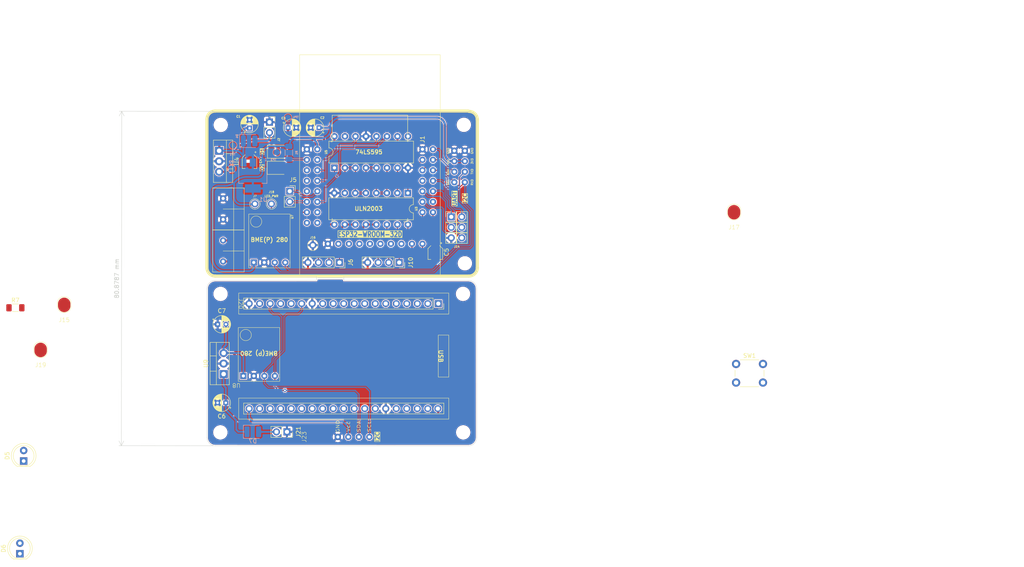
<source format=kicad_pcb>
(kicad_pcb (version 20240108) (generator "pcbnew") (generator_version "8.0")
  (layers (0 "F.Cu" signal) (31 "B.Cu" signal) (34 "B.Paste" user) (35 "F.Paste" user) (36 "B.SilkS" user "B.Silkscreen") (37 "F.SilkS" user "F.Silkscreen") (38 "B.Mask" user) (39 "F.Mask" user) (44 "Edge.Cuts" user))
  (net 0 "")
  (net 1 "GND")
  (net 2 "+3V3")
  (net 3 "+5V")
  (net 4 "/RXD")
  (net 5 "/TXD")
  (net 6 "/SDA")
  (net 7 "/OUT2")
  (net 8 "/SCL")
  (net 9 "/OUT1")
  (net 10 "/EN")
  (net 11 "/SOURCE2")
  (net 12 "/SOURCE1")
  (net 13 "/SOURCE3")
  (net 14 "/VDC")
  (net 15 "/DAC1")
  (net 16 "/DAC2")
  (net 17 "/GPIO13")
  (net 18 "/GPIO19")
  (net 19 "/GPIO17")
  (net 20 "/GPIO5")
  (net 21 "/GPIO18")
  (net 22 "/GPIO36")
  (net 23 "/ADC2_CH3")
  (net 24 "/SD_DATA1")
  (net 25 "/SD_DATA2")
  (net 26 "/SD_CLK")
  (net 27 "/SD_CMD")
  (net 28 "/SD_DATA3")
  (net 29 "/ADC2_CH0")
  (net 30 "/GPIO23")
  (net 31 "/SD_DATA0")
  (net 32 "/ADC2_CH2")
  (net 33 "/BOOT")
  (net 34 "/GPIO39")
  (net 35 "/SOURCE4")
  (net 36 "/SOURCE5")
  (net 37 "/SIPO_DATA")
  (net 38 "/SIPO_CLK")
  (net 40 "/SIPO_LATCH")
  (net 41 "/GPIO14")
  (net 43 "/I3")
  (net 44 "/I6")
  (net 45 "/I7")
  (net 46 "/I5")
  (net 47 "/OUT3")
  (net 48 "/VIN")
  (net 49 "/I1")
  (net 52 "Net-(D5-Pad1)")
  (net 53 "Net-(J15-Pin_1)")
  (net 54 "Net-(J19-Pin_1)")
  (net 55 "/GPIO_33")
  (net 67 "/RX")
  (net 72 "/TX")
  (net 87 "/SCL-2")
  (net 88 "/SDA-2")
  (footprint "Capacitor_THT:CP_Radial_D4.0mm_P2.00mm" (layer "F.Cu") (at 107 44.2 180)
    (property "Reference" "C2")
    (property "Value" "1uF")
  )
  (footprint "LED_SMD:LED_1210_3225Metric_Pad1.42x2.65mm_HandSolder" (layer "F.Cu") (at 96.9525 53.9)
    (property "Reference" "D2")
    (property "Value" "STATUS")
  )
  (footprint "Capacitor_SMD:CP_Elec_3x5.3" (layer "F.Cu") (at 90.2 52.3 -90)
    (property "Reference" "C4")
    (property "Value" "0.1uF")
  )
  (footprint "Resistor_SMD:R_1206_3216Metric_Pad1.30x1.75mm_HandSolder" (layer "F.Cu") (at 33.612 87.7585)
    (property "Reference" "R7")
    (property "Value" "4K7")
  )
  (footprint "LED_THT:LED_D5.0mm" (layer "F.Cu") (at 34.7 147.25 90)
    (property "Reference" "D6")
    (property "Value" "LED_STATUS")
  )
  (footprint "Button_Switch_THT:SW_PUSH_6mm" (layer "F.Cu") (at 207.8 101.35)
    (property "Reference" "SW1")
    (property "Value" "SW_Push")
  )
  (footprint "Alexander Footprint Library:Pad_1x01_P2.54_SMD" (layer "F.Cu") (at 39.712 102.098)
    (property "Reference" "J19")
    (property "Value" "LED_PWR")
  )
  (footprint "Alexander Footprints Library:ESP32-WROOM-Adapter-Socket-2" (layer "F.Cu") (at 119.3 57.04)
    (property "Reference" "J1")
    (property "Value" "~")
  )
  (footprint "Alexander Footprint Library:Pad_1x01_P2.54_SMD" (layer "F.Cu") (at 45.412 91.198)
    (property "Reference" "J15")
    (property "Value" "LED_PWR")
  )
  (footprint "MountingHole:MountingHole_3mm" (layer "F.Cu") (at 142 43.5)
    (property "Reference" "H1" (hide yes))
    (property "Value" "MountingHole_Pad")
  )
  (footprint "Connector_PinSocket_2.54mm:PinSocket_1x02_P2.54mm_Vertical" (layer "F.Cu") (at 99.25 117.775 -90)
    (property "Reference" "J21")
    (property "Value" "PWR")
  )
  (footprint "MountingHole:MountingHole_3mm" (layer "F.Cu") (at 83.25 43.53)
    (property "Reference" "H2" (hide yes))
    (property "Value" "MountingHole_Pad")
  )
  (footprint "Package_DIP:DIP-16_W7.62mm" (layer "F.Cu") (at 128.475 60 -90)
    (property "Reference" "U3")
    (property "Value" "ULN2003")
  )
  (footprint "Alexander Footprints Library:Conn_Terminal_5mm" (layer "F.Cu") (at 83.82 53.69)
    (property "Reference" "J9" (hide yes))
    (property "Value" "Conn_01x02_Socket")
  )
  (footprint "Alexander Footprint Library:Pad_1x01_P2.54_SMD" (layer "F.Cu") (at 207.3 68.7895)
    (property "Reference" "J17")
    (property "Value" "GND")
  )
  (footprint "MountingHole:MountingHole_3mm" (layer "F.Cu") (at 141.85 117.9)
    (property "Reference" "H4" (hide yes))
    (property "Value" "MountingHole_Pad")
  )
  (footprint "Capacitor_THT:CP_Radial_D4.0mm_P2.00mm" (layer "F.Cu") (at 82.5 91.75)
    (property "Reference" "C7")
    (property "Value" "1uF")
  )
  (footprint "Package_DIP:DIP-16_W7.62mm" (layer "F.Cu") (at 110.725 53.9 90)
    (property "Reference" "U5")
    (property "Value" "74LS595")
  )
  (footprint "Alexander Footprint Library:PinSocket_1x01_P2.54" (layer "F.Cu") (at 91.5 65.19)
    (property "Reference" "J7")
    (property "Value" "LED_PWR")
  )
  (footprint "Connector_PinSocket_2.54mm:PinSocket_1x02_P2.54mm_Vertical" (layer "F.Cu") (at 95.025 42.85)
    (property "Reference" "J2")
    (property "Value" "PWR")
  )
  (footprint "Connector_PinSocket_2.54mm:PinSocket_1x04_P2.54mm_Vertical" (layer "F.Cu") (at 111.94 76.8 -90)
    (property "Reference" "J6")
    (property "Value" "SOURCE")
  )
  (footprint "MountingHole:MountingHole_3mm" (layer "F.Cu") (at 83.15 117.9)
    (property "Reference" "H4" (hide yes))
    (property "Value" "MountingHole_Pad")
  )
  (footprint "Connector_PinSocket_2.54mm:PinSocket_1x04_P2.54mm_Vertical" (layer "F.Cu") (at 126.38 76.8 -90)
    (property "Reference" "J10")
    (property "Value" "ADC")
  )
  (footprint "Capacitor_SMD:CP_Elec_3x5.3" (layer "F.Cu") (at 135.1 74.3 -90)
    (property "Reference" "C5")
    (property "Value" "0.1uF")
  )
  (footprint "MountingHole:MountingHole_3mm" (layer "F.Cu") (at 141.8 84.4)
    (property "Reference" "H4" (hide yes))
    (property "Value" "MountingHole_Pad")
  )
  (footprint "Capacitor_THT:CP_Radial_D4.0mm_P2.00mm" (layer "F.Cu") (at 99.5 44.2)
    (property "Reference" "C3")
    (property "Value" "1uF")
  )
  (footprint "Alexander Footprint Library:LD1117" (layer "F.Cu") (at 83.945 103.79 90)
    (property "Reference" "U9")
    (property "Value" "L7805")
  )
  (footprint "Alexander Footprint Library:PinSocket_1x01_P2.54" (layer "F.Cu") (at 95.5 65.19)
    (property "Reference" "J18")
    (property "Value" "LED_PWR")
  )
  (footprint "Alexander Footprint Library:Conn_I2C" (layer "F.Cu") (at 103.92 119 90)
    (property "Reference" "J23")
    (property "Value" "I2C")
  )
  (footprint "Capacitor_THT:CP_Radial_D4.0mm_P2.00mm" (layer "F.Cu") (at 84.4726 110.75 180)
    (property "Reference" "C6")
    (property "Value" "1uF")
  )
  (footprint "Alexander Footprint Library:Conn_ESP32_WROOM-DevKit-38pins" (layer "F.Cu") (at 87.57 86.75 -90)
    (property "Reference" "J20")
    (property "Value" "~")
  )
  (footprint "MountingHole:MountingHole_3mm" (layer "F.Cu") (at 83.2 84.4)
    (property "Reference" "H4" (hide yes))
    (property "Value" "MountingHole_Pad")
  )
  (footprint "Connector_PinSocket_2.54mm:PinSocket_1x02_P2.54mm_Vertical" (layer "F.Cu") (at 99.925 59.55)
    (property "Reference" "J5")
    (property "Value" "DAC")
  )
  (footprint "Alexander Footprint Library:CONN_2x3" (layer "F.Cu") (at 138.96 60.68)
    (property "Reference" "J14")
    (property "Value" "GPIO")
  )
  (footprint "Alexander Footprints Library:Conn_UART" (layer "F.Cu") (at 139.7 42.15)
    (property "Reference" "J3" (hide yes))
    (property "Value" "UART")
  )
  (footprint "Alexander Footprint Library:PinSocket_1x01_P2.54" (layer "F.Cu") (at 105.5 75.19)
    (property "Reference" "J16")
    (property "Value" "GND")
  )
  (footprint "Capacitor_THT:CP_Radial_D4.0mm_P2.00mm" (layer "F.Cu") (at 90.2 44.3 90)
    (property "Reference" "C1")
    (property "Value" "1uF")
  )
  (footprint "Alexander Footprint Library:BME280_BMP280_I2C" (layer "F.Cu") (at 90 78.1 90)
    (property "Reference" "U7")
    (property "Value" "BME(P)280")
  )
  (footprint "Alexander Footprint Library:LD1117" (layer "F.Cu") (at 82.855 49.77 -90)
    (property "Reference" "U4")
    (property "Value" "L7805")
  )
  (footprint "Alexander Footprints Library:Conn_I2C" (layer "F.Cu") (at 142.24 42.15)
    (property "Reference" "J4" (hide yes))
    (property "Value" "I2C")
  )
  (footprint "LED_THT:LED_D5.0mm" (layer "F.Cu") (at 35.612 124.8335 90)
    (property "Reference" "D5")
    (property "Value" "LED_PWR")
  )
  (footprint "Alexander Footprint Library:BME280_BMP280_I2C" (layer "F.Cu") (at 87.49 105.55 90)
    (property "Reference" "U8")
    (property "Value" "BME(P)280")
  )
  (footprint "LED_SMD:LED_1210_3225Metric_Pad1.42x2.65mm_HandSolder" (layer "F.Cu") (at 97 50)
    (property "Reference" "D1")
    (property "Value" "PWR")
  )
  (footprint "MountingHole:MountingHole_3mm" (layer "F.Cu") (at 142.25 77)
    (property "Reference" "H4" (hide yes))
    (property "Value" "MountingHole_Pad")
  )
  (footprint "Alexander Footprints Library:Conn_Terminal_5mm" (layer "F.Cu") (at 83.82 63.85)
    (property "Reference" "J8" (hide yes))
    (property "Value" "Conn_01x02_Socket")
  )
  (footprint "TestPoint:TestPoint_Pad_D1.5mm" (layer "B.Cu") (at 99.5 41.75 180)
    (property "Reference" "TP4")
    (property "Value" "5V")
  )
  (footprint "TestPoint:TestPoint_Pad_D1.5mm" (layer "B.Cu") (at 96.8 50.15 180)
    (property "Reference" "TP3")
    (property "Value" "3V3")
  )
  (footprint "Diode_SMD:D_1210_3225Metric" (layer "B.Cu") (at 91 117.75)
    (property "Reference" "D7")
    (property "Value" "D")
  )
  (footprint "Resistor_SMD:R_1206_3216Metric_Pad1.30x1.75mm_HandSolder" (layer "B.Cu") (at 99.7 50.25 -90)
    (property "Reference" "R1")
    (property "Value" "10K")
  )
  (footprint "Diode_SMD:D_1210_3225Metric" (layer "B.Cu") (at 90.1 47.4)
    (property "Reference" "D4")
    (property "Value" "D")
  )
  (footprint "TestPoint:TestPoint_Pad_D1.5mm" (layer "B.Cu") (at 86.2 48.45 180)
    (property "Reference" "TP1")
    (property "Value" "VIN")
  )
  (footprint "TestPoint:TestPoint_Pad_D1.5mm" (layer "B.Cu") (at 85.9 54.15 180)
    (property "Reference" "TP2")
    (property "Value" "GND")
  )
  (footprint "Package_TO_SOT_SMD:SOT-223-3_TabPin2" (layer "B.Cu") (at 91 55.75 -90)
    (property "Reference" "U1")
    (property "Value" "MAX1726EUK33")
  )
  (gr_line (start 145.25 42.11421) (end 145.25 78.085782) (stroke (width 0.75)) (layer "F.SilkS"))
  (gr_line (start 81.914218 40.164218) (end 143.08579 40.164218) (stroke (width 0.75)) (layer "F.SilkS"))
  (gr_arc (start 145.25 78.085782) (mid 144.66422 79.500007) (end 143.25 80.085782) (stroke (width 0.75)) (layer "F.SilkS"))
  (gr_line (start 79.914218 42.11421) (end 79.914218 78.085782) (stroke (width 0.75)) (layer "F.SilkS"))
  (gr_arc (start 81.914218 80.085782) (mid 80.499999 79.500001) (end 79.914218 78.085782) (stroke (width 0.75)) (layer "F.SilkS"))
  (gr_arc (start 143.25 40.25) (mid 144.664214 40.835786) (end 145.25 42.25) (stroke (width 0.75)) (layer "F.SilkS"))
  (gr_arc (start 79.914218 42.164218) (mid 80.499999 40.749999) (end 81.914218 40.164218) (stroke (width 0.75)) (layer "F.SilkS"))
  (gr_line (start 81.914214 80.085782) (end 143.085786 80.085782) (stroke (width 0.75)) (layer "F.SilkS"))
  (gr_line (start 82.014214 80.235786) (end 106.4 80.25) (stroke (width 0.1)) (layer "Edge.Cuts"))
  (gr_line (start 80 42.25) (end 80.014214 78.235786) (stroke (width 0.1)) (layer "Edge.Cuts"))
  (gr_arc (start 79.921321 83.157107) (mid 80.507106 81.742896) (end 81.921321 81.157107) (stroke (width 0.1)) (layer "Edge.Cuts"))
  (gr_line (start 81.921321 121.128679) (end 143.107107 121.142893) (stroke (width 0.1)) (layer "Edge.Cuts"))
  (gr_arc (start 81.921321 121.128679) (mid 80.507101 120.542899) (end 79.921321 119.128679) (stroke (width 0.1)) (layer "Edge.Cuts"))
  (gr_line (start 143.092893 81.157107) (end 113 81.15) (stroke (width 0.1)) (layer "Edge.Cuts"))
  (gr_arc (start 145.107107 119.142893) (mid 144.521321 120.557107) (end 143.107107 121.142893) (stroke (width 0.1)) (layer "Edge.Cuts"))
  (gr_line (start 106.4 81.15) (end 81.921321 81.157107) (stroke (width 0.1)) (layer "Edge.Cuts"))
  (gr_arc (start 143.185786 40.264214) (mid 144.600004 40.849996) (end 145.185786 42.264214) (stroke (width 0.1)) (layer "Edge.Cuts"))
  (gr_line (start 113 80.25) (end 143.185786 80.235786) (stroke (width 0.1)) (layer "Edge.Cuts"))
  (gr_arc (start 82.014214 80.235786) (mid 80.599996 79.650004) (end 80.014214 78.235786) (stroke (width 0.1)) (layer "Edge.Cuts"))
  (gr_line (start 145.185786 42.264214) (end 145.185786 78.235786) (stroke (width 0.1)) (layer "Edge.Cuts"))
  (gr_arc (start 80 42.25) (mid 80.585786 40.835786) (end 82 40.25) (stroke (width 0.1)) (layer "Edge.Cuts"))
  (gr_line (start 145.107107 119.142893) (end 145.092893 83.157107) (stroke (width 0.1)) (layer "Edge.Cuts"))
  (gr_line (start 79.921321 119.128679) (end 79.921321 83.157107) (stroke (width 0.1)) (layer "Edge.Cuts"))
  (gr_line (start 106.4 81.15) (end 106.4 80.25) (stroke (width 0.1)) (layer "Edge.Cuts"))
  (gr_arc (start 145.185786 78.235786) (mid 144.600004 79.650004) (end 143.185786 80.235786) (stroke (width 0.1)) (layer "Edge.Cuts"))
  (gr_arc (start 143.092893 81.157107) (mid 144.507112 81.742888) (end 145.092893 83.157107) (stroke (width 0.1)) (layer "Edge.Cuts"))
  (gr_line (start 113 81.15) (end 113 80.25) (stroke (width 0.1)) (layer "Edge.Cuts"))
  (gr_line (start 143.185786 40.264214) (end 82 40.25) (stroke (width 0.1)) (layer "Edge.Cuts"))
  (gr_text "74LS595" (at 119.057143 50.1 0) (layer "F.SilkS") (effects (font (size 1 1) (thickness 0.2) (bold yes))))
  (gr_text "ULN2003" (at 115.5 64.374 0) (layer "F.SilkS") (effects (font (size 1 1) (thickness 0.2) (bold yes)) (justify left bottom)))
  (dimension (type aligned) (layer "Edge.Cuts") (pts (xy 81.921321 121.128679) (xy 82 40.25)) (height -22.6907) (gr_text "80.8787 mm" (at 58.119973 80.666146 89.94426182) (layer "Edge.Cuts") (effects (font (size 1 1) (thickness 0.15)))) (format (prefix "") (suffix "") (units 3) (units_format 1) (precision 4)) (style (thickness 0.1) (arrow_length 1.27) (text_position_mode 0) (extension_height 0.58642) (extension_offset 0.5) keep_text_aligned))
  (segment (start 84.21 66) (end 83.82 66.39) (width 0.5) (layer "F.Cu") (net 1))
  (segment (start 101.5 48.103553) (end 101.5 49.573223) (width 0.25) (layer "F.Cu") (net 2))
  (segment (start 105.575735 47.25) (end 102.353553 47.25) (width 0.25) (layer "F.Cu") (net 2))
  (segment (start 106.6 48.274264) (end 106.6 49.42) (width 0.25) (layer "F.Cu") (net 2))
  (segment (start 138.021593 51.871593) (end 137.93 51.78) (width 0.5) (layer "F.Cu") (net 2))
  (segment (start 108.946446 44.2) (end 107 44.2) (width 0.5) (layer "F.Cu") (net 2))
  (segment (start 109.8 43.346446) (end 109.8 43.15) (width 0.5) (layer "F.Cu") (net 2))
  (segment (start 137.4 50.500466) (end 137.4 43.627817) (width 0.5) (layer "F.Cu") (net 2))
  (segment (start 101.073223 50) (end 98.4875 50) (width 0.25) (layer "F.Cu") (net 2))
  (segment (start 139.08 52.31) (end 139.7 52.31) (width 0.5) (layer "F.Cu") (net 2))
  (segment (start 110.188908 42.211091) (end 110.225 42.175) (width 0.5) (layer "F.Cu") (net 2))
  (segment (start 135.522182 41.75) (end 111.25104 41.75) (width 0.5) (layer "F.Cu") (net 2))
  (arc (start 106.3 47.55) (mid 105.967704 47.327967) (end 105.575735 47.25) (width 0.25) (layer "F.Cu") (net 2))
  (arc (start 101.5 49.573223) (mid 101.467513 49.736543) (end 101.375 49.875) (width 0.25) (layer "F.Cu") (net 2))
  (arc (start 111.25104 41.75) (mid 110.695751 41.860453) (end 110.225 42.175) (width 0.5) (layer "F.Cu") (net 2))
  (arc (start 110.188908 42.211091) (mid 109.901073 42.641866) (end 109.8 43.15) (width 0.5) (layer "F.Cu") (net 2))
  (arc (start 138.021593 51.871593) (mid 138.507194 52.196061) (end 139.08 52.31) (width 0.5) (layer "F.Cu") (net 2))
  (arc (start 102.353553 47.25) (mid 102.026912 47.314972) (end 101.75 47.5) (width 0.25) (layer "F.Cu") (net 2))
  (arc (start 109.8 43.346446) (mid 109.735027 43.673087) (end 109.55 43.95) (width 0.5) (layer "F.Cu") (net 2))
  (arc (start 106.3 47.55) (mid 106.522032 47.882295) (end 106.6 48.274264) (width 0.25) (layer "F.Cu") (net 2))
  (arc (start 109.55 43.95) (mid 109.273087 44.135027) (end 108.946446 44.2) (width 0.5) (layer "F.Cu") (net 2))
  (arc (start 136.85 42.3) (mid 137.257059 42.909207) (end 137.4 43.627817) (width 0.5) (layer "F.Cu") (net 2))
  (arc (start 101.75 47.5) (mid 101.564972 47.776912) (end 101.5 48.103553) (width 0.25) (layer "F.Cu") (net 2))
  (arc (start 101.375 49.875) (mid 101.236543 49.967513) (end 101.073223 50) (width 0.25) (layer "F.Cu") (net 2))
  (arc (start 137.4 50.500466) (mid 137.537742 51.192944) (end 137.93 51.78) (width 0.5) (layer "F.Cu") (net 2))
  (arc (start 136.85 42.3) (mid 136.240792 41.89294) (end 135.522182 41.75) (width 0.5) (layer "F.Cu") (net 2))
  (segment (start 96.075 48.7) (end 97.525 48.7) (width 0.5) (layer "B.Cu") (net 2))
  (segment (start 109.408578 44.2) (end 107 44.2) (width 0.5) (layer "B.Cu") (net 2))
  (segment (start 81.3 75.997918) (end 81.3 59.75104) (width 0.5) (layer "B.Cu") (net 2))
  (segment (start 93.3 54.905025) (end 93.3 52.6) (width 0.5) (layer "B.Cu") (net 2))
  (segment (start 100 48.7) (end 100 48.03033) (width 0.5) (layer "B.Cu") (net 2))
  (segment (start 139.13 52.31) (end 139.7 52.31) (width 0.5) (layer "B.Cu") (net 2))
  (segment (start 138.156949 51.906949) (end 138.03 51.78) (width 0.5) (layer "B.Cu") (net 2))
  (segment (start 106.6 48.627817) (end 106.6 49.299791) (width 0.5) (layer "B.Cu") (net 2))
  (segment (start 84.202081 78.9) (end 89.990883 78.9) (width 0.5) (layer "B.Cu") (net 2))
  (segment (start 109.75 43.858578) (end 109.75 44.141421) (width 0.5) (layer "B.Cu") (net 2))
  (segment (start 104.722182 46.75) (end 106.277817 46.75) (width 0.5) (layer "B.Cu") (net 2))
  (segment (start 139.7 52.31) (end 142.24 52.31) (width 0.5) (layer "B.Cu") (net 2))
  (segment (start 137.5 50.500466) (end 137.5 43.883883) (width 0.5) (layer "B.Cu") (net 2))
  (segment (start 88.207106 62.75) (end 91.5 62.75) (width 0.5) (layer "B.Cu") (net 2))
  (segment (start 86.5 61.042893) (end 86.5 57.5) (width 0.5) (layer "B.Cu") (net 2))
  (segment (start 90.11 114.36) (end 90.11 112.15) (width 0.5) (layer "B.Cu") (net 2))
  (segment (start 112.75 115.25) (end 91 115.25) (width 0.5) (layer "B.Cu") (net 2))
  (segment (start 91.22 77.670883) (end 91.22 76.8) (width 0.5) (layer "B.Cu") (net 2))
  (segment (start 89.455634 56.1) (end 92.105025 56.1) (width 0.5) (layer "B.Cu") (net 2))
  (segment (start 114.08 119) (end 114.08 116.58) (width 0.5) (layer "B.Cu") (net 2))
  (segment (start 96.075 48.7) (end 95.177817 48.7) (width 0.5) (layer "B.Cu") (net 2))
  (segment (start 104.722182 46.75) (end 101.28033 46.75) (width 0.5) (layer "B.Cu") (net 2))
  (segment (start 109.149999 46.149999) (end 109.201992 46.098007) (width 0.5) (layer "B.Cu") (net 2))
  (segment (start 96.8 49.425) (end 96.8 50.15) (width 0.25) (layer "B.Cu") (net 2))
  (segment (start 109.75 43.625) (end 109.75 43.858578) (width 0.5) (layer "B.Cu") (net 2))
  (segment (start 106.277817 46.75) (end 107.701471 46.75) (width 0.5) (layer "B.Cu") (net 2))
  (segment (start 114.08 116.58) (end 112.75 115.25) (width 0.5) (layer "B.Cu") (net 2))
  (segment (start 110.015165 42.984834) (end 110.5 42.5) (width 0.5) (layer "B.Cu") (net 2))
  (segment (start 93.3 52.6) (end 93.3 50.577817) (width 0.5) (layer "B.Cu") (net 2))
  (segment (start 82.75104 58.3) (end 84.144365 58.3) (width 0.5) (layer "B.Cu") (net 2))
  (segment (start 106.685 49.335) (end 106.77 49.25) (width 0.5) (layer "B.Cu") (net 2))
  (segment (start 109.75 44.775) (end 109.75 44.141421) (width 0.5) (layer "B.Cu") (net 2))
  (segment (start 91 115.25) (end 90.11 114.36) (width 0.5) (layer "B.Cu") (net 2))
  (segment (start 112.31066 41.75) (end 135.366116 41.75) (width 0.5) (layer "B.Cu") (net 2))
  (segment (start 100 48.7) (end 97.525 48.7) (width 0.5) (layer "B.Cu") (net 2))
  (arc (start 136.875 42.375) (mid 137.337567 43.067281) (end 137.5 43.883883) (width 0.5) (layer "B.Cu") (net 2))
  (arc (start 137.5 50.500466) (mid 137.637742 51.192944) (end 138.03 51.78) (width 0.5) (layer "B.Cu") (net 2))
  (arc (start 93.3 54.905025) (mid 93.209037 55.362322) (end 92.95 55.75) (width 0.5) (layer "B.Cu") (net 2))
  (arc (start 86.8 57.2) (mid 85.581584 58.014119) (end 84.144365 58.3) (width 0.5) (layer "B.Cu") (net 2))
  (arc (start 106.6 49.299791) (mid 106.630737 49.345793) (end 106.685 49.335) (width 0.5) (layer "B.Cu") (net 2))
  (arc (start 89.455634 56.1) (mid 88.018415 56.38588) (end 86.8 57.2) (width 0.5) (layer "B.Cu") (net 2))
  (arc (start 86.5 61.042893) (mid 86.629945 61.696174) (end 87 62.25) (width 0.5) (layer "B.Cu") (net 2))
  (arc (start 82.75104 58.3) (mid 82.195751 58.410453) (end 81.725 58.725) (width 0.5) (layer "B.Cu") (net 2))
  (arc (start 92.95 55.75) (mid 92.562322 56.009037) (end 92.105025 56.1) (width 0.5) (layer "B.Cu") (net 2))
  (arc (start 95.177817 48.7) (mid 94.459207 48.84294) (end 93.85 49.25) (width 0.5) (layer "B.Cu") (net 2))
  (arc (start 96.8 49.425) (mid 96.587652 48.912347) (end 96.075 48.7) (width 0.25) (layer "B.Cu") (net 2))
  (arc (start 82.15 78.05) (mid 83.091502 78.679092) (end 84.202081 78.9) (width 0.5) (layer "B.Cu") (net 2))
  (arc (start 110.015165 42.984834) (mid 109.818914 43.278544) (end 109.75 43.625) (width 0.5) (layer "B.Cu") (net 2))
  (arc (start 109.75 44.141421) (mid 109.713838 44.087301) (end 109.65 44.1) (width 0.5) (layer "B.Cu") (net 2))
  (arc (start 136.875 42.375) (mid 136.182718 41.912432) (end 135.366116 41.75) (width 0.5) (layer "B.Cu") (net 2))
  (arc (start 93.85 49.25) (mid 93.44294 49.859207) (end 93.3 50.577817) (width 0.5) (layer "B.Cu") (net 2))
  (arc (start 90.86 78.54) (mid 90.461245 78.806439) (end 89.990883 78.9) (width 0.5) (layer "B.Cu") (net 2))
  (arc (start 109.65 44.1) (mid 109.539234 44.17401) (end 109.408578 44.2) (width 0.5) (layer "B.Cu") (net 2))
  (arc (start 87 62.25) (mid 87.553825 62.620054) (end 88.207106 62.75) (width 0.5) (layer "B.Cu") (net 2))
  (arc (start 81.725 58.725) (mid 81.410453 59.195751) (end 81.3 59.75104) (width 0.5) (layer "B.Cu") (net 2))
  (arc (start 106.05 47.3) (mid 105.440792 46.89294) (end 104.722182 46.75) (width 0.5) (layer "B.Cu") (net 2))
  (arc (start 138.156949 51.906949) (mid 138.603388 52.20525) (end 139.13 52.31) (width 0.5) (layer "B.Cu") (net 2))
  (arc (start 101.28033 46.75) (mid 100.790368 46.847459) (end 100.375 47.125) (width 0.5) (layer "B.Cu") (net 2))
  (arc (start 106.05 47.3) (mid 106.457059 47.909207) (end 106.6 48.627817) (width 0.5) (layer "B.Cu") (net 2))
  (arc (start 106.277817 46.75) (mid 105.980159 46.948888) (end 106.05 47.3) (width 0.5) (layer "B.Cu") (net 2))
  (arc (start 91.22 77.670883) (mid 91.126439 78.141245) (end 90.86 78.54) (width 0.5) (layer "B.Cu") (net 2))
  (arc (start 109.75 44.775) (mid 109.607577 45.491006) (end 109.201992 46.098007) (width 0.5) (layer "B.Cu") (net 2))
  (arc (start 109.65 44.1) (mid 109.72401 43.989234) (end 109.75 43.858578) (width 0.5) (layer "B.Cu") (net 2))
  (arc (start 112.31066 41.75) (mid 111.330737 41.944918) (end 110.5 42.5) (width 0.5) (layer "B.Cu") (net 2))
  (arc (start 100.375 47.125) (mid 100.097459 47.540368) (end 100 48.03033) (width 0.5) (layer "B.Cu") (net 2))
  (arc (start 109.149999 46.149999) (mid 108.485409 46.594064) (end 107.701471 46.75) (width 0.5) (layer "B.Cu") (net 2))
  (arc (start 81.3 75.997918) (mid 81.520907 77.108496) (end 82.15 78.05) (width 0.5) (layer "B.Cu") (net 2))
  (segment (start 99.5 45.693413) (end 99.5 44.2) (width 0.5) (layer "F.Cu") (net 3))
  (segment (start 110.512652 48.95) (end 109.487347 48.95) (width 0.5) (layer "F.Cu") (net 3))
  (segment (start 87.75 115.25) (end 135.25 115.25) (width 0.5) (layer "F.Cu") (net 3))
  (segment (start 98.6375 46.9625) (end 99.2125 46.3875) (width 0.5) (layer "F.Cu") (net 3))
  (segment (start 83.945 98.71) (end 86.21 98.71) (width 0.5) (layer "F.Cu") (net 3))
  (segment (start 110.725 47.712347) (end 110.725 46.28) (width 0.5) (layer "F.Cu") (net 3))
  (segment (start 125.341906 48.95) (end 110.512652 48.95) (width 0.5) (layer "F.Cu") (net 3))
  (segment (start 108.3 49.803553) (end 108.3 65.537329) (width 0.5) (layer "F.Cu") (net 3))
  (segment (start 84.648959 54.85) (end 82.855 54.85) (width 0.5) (layer "F.Cu") (net 3))
  (segment (start 108.3 49.803553) (end 108.3 49.096446) (width 0.5) (layer "F.Cu") (net 3))
  (segment (start 91.306675 47.25) (end 97.943413 47.25) (width 0.5) (layer "F.Cu") (net 3))
  (segment (start 135.81 114.69) (end 135.81 112.15) (width 0.5) (layer "F.Cu") (net 3))
  (segment (start 86.1 52.15) (end 86.1 53.398959) (width 0.5) (layer "F.Cu") (net 3))
  (segment (start 86.75 114.25) (end 87.75 115.25) (width 0.5) (layer "F.Cu") (net 3))
  (segment (start 107.608621 46.675) (end 99.331586 46.675) (width 0.5) (layer "F.Cu") (net 3))
  (segment (start 86.21 98.71) (end 86.75 99.25) (width 0.5) (layer "F.Cu") (net 3))
  (segment (start 108.3 49.096446) (end 108.3 47.366378) (width 0.5) (layer "F.Cu") (net 3))
  (segment (start 109.104574 67.204574) (end 108.91 67.01) (width 0.5) (layer "F.Cu") (net 3))
  (segment (start 135.25 115.25) (end 135.81 114.69) (width 0.5) (layer "F.Cu") (net 3))
  (segment (start 110.1075 67.62) (end 110.695 67.62) (width 0.5) (layer "F.Cu") (net 3))
  (segment (start 86.75 99.25) (end 86.75 114.25) (width 0.5) (layer "F.Cu") (net 3))
  (segment (start 87.408147 48.991852) (end 87.625 48.775) (width 0.5) (layer "F.Cu") (net 3))
  (segment (start 125.965 48.326906) (end 125.965 46.28) (width 0.5) (layer "F.Cu") (net 3))
  (segment (start 109.487347 48.95) (end 109.153553 48.95) (width 0.5) (layer "F.Cu") (net 3))
  (arc (start 108.0975 46.8775) (mid 108.247371 47.101799) (end 108.3 47.366378) (width 0.5) (layer "F.Cu") (net 3))
  (arc (start 108.3 65.537329) (mid 108.458533 66.334332) (end 108.91 67.01) (width 0.5) (layer "F.Cu") (net 3))
  (arc (start 109.487347 48.95) (mid 109.960976 48.855789) (end 110.3625 48.5875) (width 0.5) (layer "F.Cu") (net 3))
  (arc (start 99.2125 46.3875) (mid 99.175992 46.571035) (end 99.331586 46.675) (width 0.5) (layer "F.Cu") (net 3))
  (arc (start 108.0975 46.8775) (mid 107.8732 46.727628) (end 107.608621 46.675) (width 0.5) (layer "F.Cu") (net 3))
  (arc (start 86.1 53.398959) (mid 85.989546 53.954248) (end 85.675 54.425) (width 0.5) (layer "F.Cu") (net 3))
  (arc (start 109.104574 67.204574) (mid 109.56472 67.512034) (end 110.1075 67.62) (width 0.5) (layer "F.Cu") (net 3))
  (arc (start 108.55 49.2) (mid 108.364972 49.476912) (end 108.3 49.803553) (width 0.5) (layer "F.Cu") (net 3))
  (arc (start 87.408147 48.991852) (mid 86.439976 50.440822) (end 86.1 52.15) (width 0.5) (layer "F.Cu") (net 3))
  (arc (start 85.675 54.425) (mid 85.204248 54.739546) (end 84.648959 54.85) (width 0.5) (layer "F.Cu") (net 3))
  (arc (start 110.3625 48.5875) (mid 110.316468 48.818914) (end 110.512652 48.95) (width 0.5) (layer "F.Cu") (net 3))
  (arc (start 98.6375 46.9625) (mid 98.31905 47.175281) (end 97.943413 47.25) (width 0.5) (layer "F.Cu") (net 3))
  (arc (start 110.725 47.712347) (mid 110.630789 48.185976) (end 110.3625 48.5875) (width 0.5) (layer "F.Cu") (net 3))
  (arc (start 108.3 49.096446) (mid 108.390403 49.231745) (end 108.55 49.2) (width 0.5) (layer "F.Cu") (net 3))
  (arc (start 91.306675 47.25) (mid 89.314166 47.646334) (end 87.625 48.775) (width 0.5) (layer "F.Cu") (net 3))
  (arc (start 109.153553 48.95) (mid 108.826912 49.014972) (end 108.55 49.2) (width 0.5) (layer "F.Cu") (net 3))
  (arc (start 99.331586 46.675) (mid 98.955949 46.749718) (end 98.6375 46.9625) (width 0.5) (layer "F.Cu") (net 3))
  (arc (start 125.7825 48.7675) (mid 125.580353 48.902569) (end 125.341906 48.95) (width 0.5) (layer "F.Cu") (net 3))
  (arc (start 99.5 45.693413) (mid 99.425281 46.06905) (end 99.2125 46.3875) (width 0.5) (layer "F.Cu") (net 3))
  (arc (start 125.965 48.326906) (mid 125.917569 48.565353) (end 125.7825 48.7675) (width 0.5) (layer "F.Cu") (net 3))
  (segment (start 83.945 97.305) (end 84.5 96.75) (width 0.5) (layer "B.Cu") (net 3))
  (segment (start 87.96 98.71) (end 88.71 99.46) (width 0.5) (layer "B.Cu") (net 3))
  (segment (start 83.945 98.71) (end 83.945 97.305) (width 0.5) (layer "B.Cu") (net 3))
  (segment (start 84.5 96.75) (end 84.5 91.75) (width 0.5) (layer "B.Cu") (net 3))
  (segment (start 83.945 98.71) (end 87.96 98.71) (width 0.5) (layer "B.Cu") (net 3))
  (segment (start 99.5 42.25) (end 99.5 44.2) (width 0.25) (layer "B.Cu") (net 3))
  (segment (start 88.71 99.46) (end 88.71 104.25) (width 0.5) (layer "B.Cu") (net 3))
  (segment (start 139.7 57.35) (end 139.7 57.39) (width 0.25) (layer "F.Cu") (net 4))
  (segment (start 133.25 53.25) (end 135.6 53.25) (width 0.25) (layer "F.Cu") (net 4))
  (segment (start 135.6 53.25) (end 139.7 57.35) (width 0.25) (layer "F.Cu") (net 4))
  (segment (start 132 54.5) (end 133.25 53.25) (width 0.25) (layer "F.Cu") (net 4))
  (segment (start 140.3 57.45) (end 139.3 57.45) (width 0.25) (layer "F.Cu") (net 4))
  (segment (start 136.61 51.96) (end 134.54 51.96) (width 0.25) (layer "F.Cu") (net 5))
  (segment (start 134.74 51.79) (end 134.62 51.91) (width 0.25) (layer "F.Cu") (net 5))
  (segment (start 139.5 54.85) (end 136.61 51.96) (width 0.25) (layer "F.Cu") (net 5))
  (segment (start 139.7 54.85) (end 139.5 54.85) (width 0.25) (layer "F.Cu") (net 5))
  (segment (start 138.59 58.55) (end 140.4 58.55) (width 0.25) (layer "F.Cu") (net 6))
  (segment (start 136.213604 54.5) (end 138 56.286396) (width 0.25) (layer "F.Cu") (net 6))
  (segment (start 138 57.96) (end 138.59 58.55) (width 0.25) (layer "F.Cu") (net 6))
  (segment (start 140.9 56.19) (end 142.24 54.85) (width 0.25) (layer "F.Cu") (net 6))
  (segment (start 140.9 58.05) (end 140.9 56.19) (width 0.25) (layer "F.Cu") (net 6))
  (segment (start 134.54 54.5) (end 136.213604 54.5) (width 0.25) (layer "F.Cu") (net 6))
  (segment (start 138 56.286396) (end 138 57.96) (width 0.25) (layer "F.Cu") (net 6))
  (segment (start 142.24 54.85) (end 142.24 55.51) (width 0.25) (layer "F.Cu") (net 6))
  (segment (start 140.4 58.55) (end 140.9 58.05) (width 0.25) (layer "F.Cu") (net 6))
  (segment (start 99.75 78.65) (end 134.55 78.65) (width 0.25) (layer "B.Cu") (net 6))
  (segment (start 141 61.9) (end 141 56.09) (width 0.25) (layer "B.Cu") (net 6))
  (segment (start 134.55 78.65) (end 140.418198 72.781802) (width 0.25) (layer "B.Cu") (net 6))
  (segment (start 143.55 64.45) (end 141 61.9) (width 0.25) (layer "B.Cu") (net 6))
  (segment (start 98.84 76.8) (end 98.84 77.74) (width 0.25) (layer "B.Cu") (net 6))
  (segment (start 143.281802 72.781802) (end 143.55 72.513604) (width 0.25) (layer "B.Cu") (net 6))
  (segment (start 143.55 72.513604) (end 143.55 64.45) (width 0.25) (layer "B.Cu") (net 6))
  (segment (start 140.418198 72.781802) (end 143.281802 72.781802) (width 0.25) (layer "B.Cu") (net 6))
  (segment (start 141 56.09) (end 142.24 54.85) (width 0.25) (layer "B.Cu") (net 6))
  (segment (start 98.84 77.74) (end 99.75 78.65) (width 0.25) (layer "B.Cu") (net 6))
  (segment (start 137.55 58.146396) (end 138.403604 59) (width 0.25) (layer "F.Cu") (net 8))
  (segment (start 131.5 55.75) (end 136.75 55.75) (width 0.25) (layer "F.Cu") (net 8))
  (segment (start 140.63 59) (end 142.24 57.39) (width 0.25) (layer "F.Cu") (net 8))
  (segment (start 136.75 55.75) (end 137.55 56.55) (width 0.25) (layer "F.Cu") (net 8))
  (segment (start 137.55 56.55) (end 137.55 58.146396) (width 0.25) (layer "F.Cu") (net 8))
  (segment (start 130.745 54.995) (end 131.5 55.75) (width 0.25) (layer "F.Cu") (net 8))
  (segment (start 130.745 53.245) (end 130.745 54.995) (width 0.25) (layer "F.Cu") (net 8))
  (segment (start 132.08 51.91) (end 130.745 53.245) (width 0.25) (layer "F.Cu") (net 8))
  (segment (start 138.403604 59) (end 140.63 59) (width 0.25) (layer "F.Cu") (net 8))
  (segment (start 134.8 79.1) (end 140.6 73.3) (width 0.25) (layer "B.Cu") (net 8))
  (segment (start 96.3 76.8) (end 96.3 77.7) (width 0.25) (layer "B.Cu") (net 8))
  (segment (start 144 72.7) (end 144 64.263604) (width 0.25) (layer "B.Cu") (net 8))
  (segment (start 96.3 77.7) (end 97.7 79.1) (width 0.25) (layer "B.Cu") (net 8))
  (segment (start 142.24 62.503604) (end 142.24 57.39) (width 0.25) (layer "B.Cu") (net 8))
  (segment (start 144 64.263604) (end 142.24 62.503604) (width 0.25) (layer "B.Cu") (net 8))
  (segment (start 143.4 73.3) (end 144 72.7) (width 0.25) (layer "B.Cu") (net 8))
  (segment (start 140.6 73.3) (end 143.4 73.3) (width 0.25) (layer "B.Cu") (net 8))
  (segment (start 97.7 79.1) (end 134.8 79.1) (width 0.25) (layer "B.Cu") (net 8))
  (segment (start 93.21 51.96) (end 92.05 50.8) (width 0.25) (layer "F.Cu") (net 10))
  (segment (start 104.06 51.96) (end 93.21 51.96) (width 0.25) (layer "F.Cu") (net 10))
  (segment (start 92.05 50.8) (end 90.2 50.8) (width 0.25) (layer "F.Cu") (net 10))
  (segment (start 103.72 52.3) (end 104.06 51.96) (width 0.25) (layer "F.Cu") (net 10))
  (segment (start 100 51.8) (end 103.9 51.8) (width 0.25) (layer "B.Cu") (net 10))
  (segment (start 103.9 51.8) (end 104.06 51.96) (width 0.25) (layer "B.Cu") (net 10))
  (segment (start 113.235 67.62) (end 115.775 67.62) (width 0.5) (layer "F.Cu") (net 11))
  (segment (start 99 73.1) (end 102.7 69.4) (width 0.5) (layer "F.Cu") (net 11))
  (segment (start 86.37 71.47) (end 88 73.1) (width 0.5) (layer "F.Cu") (net 11))
  (segment (start 102.7 69.4) (end 111.455 69.4) (width 0.5) (layer "F.Cu") (net 11))
  (segment (start 88 73.1) (end 99 73.1) (width 0.5) (layer "F.Cu") (net 11))
  (segment (start 83.82 71.47) (end 86.37 71.47) (width 0.5) (layer "F.Cu") (net 11))
  (segment (start 111.455 69.4) (end 113.235 67.62) (width 0.5) (layer "F.Cu") (net 11))
  (segment (start 86.275 76.55) (end 88.075 74.75) (width 0.5) (layer "F.Cu") (net 12))
  (segment (start 104.4 70.1) (end 115.835 70.1) (width 0.5) (layer "F.Cu") (net 12))
  (segment (start 99.75 74.75) (end 104.4 70.1) (width 0.5) (layer "F.Cu") (net 12))
  (segment (start 118.315 67.62) (end 120.855 67.62) (width 0.5) (layer "F.Cu") (net 12))
  (segment (start 83.82 76.55) (end 86.275 76.55) (width 0.5) (layer "F.Cu") (net 12))
  (segment (start 115.835 70.1) (end 118.315 67.62) (width 0.5) (layer "F.Cu") (net 12))
  (segment (start 88.075 74.75) (end 99.75 74.75) (width 0.5) (layer "F.Cu") (net 12))
  (segment (start 128.475 67.62) (end 128.475 68.825) (width 0.25) (layer "F.Cu") (net 13))
  (segment (start 125.7 72.8) (end 124.55 73.95) (width 0.25) (layer "F.Cu") (net 13))
  (segment (start 111.94 75.26) (end 111.94 76.8) (width 0.25) (layer "F.Cu") (net 13))
  (segment (start 124.55 73.95) (end 118.622792 73.95) (width 0.25) (layer "F.Cu") (net 13))
  (segment (start 128.475 68.825) (end 125.7 71.6) (width 0.25) (layer "F.Cu") (net 13))
  (segment (start 125.7 71.6) (end 125.7 72.8) (width 0.25) (layer "F.Cu") (net 13))
  (segment (start 117.872792 74.7) (end 112.5 74.7) (width 0.25) (layer "F.Cu") (net 13))
  (segment (start 112.5 74.7) (end 111.94 75.26) (width 0.25) (layer "F.Cu") (net 13))
  (segment (start 118.622792 73.95) (end 117.872792 74.7) (width 0.25) (layer "F.Cu") (net 13))
  (segment (start 96.71 117.775) (end 92.425 117.775) (width 0.5) (layer "B.Cu") (net 14))
  (segment (start 92.425 117.775) (end 92.4 117.75) (width 0.5) (layer "B.Cu") (net 14))
  (segment (start 95.025 46.674479) (end 95.025 45.39) (width 0.5) (layer "B.Cu") (net 14))
  (segment (start 94.299479 47.4) (end 91.5 47.4) (width 0.5) (layer "B.Cu") (net 14))
  (arc (start 95.025 46.674479) (mid 94.969773 46.952124) (end 94.8125 47.1875) (width 0.5) (layer "B.Cu") (net 14))
  (arc (start 94.8125 47.1875) (mid 94.577124 47.344773) (end 94.299479 47.4) (width 0.5) (layer "B.Cu") (net 14))
  (segment (start 105.38 60.8) (end 103.1 60.8) (width 0.25) (layer "B.Cu") (net 15))
  (segment (start 106.6 59.58) (end 105.38 60.8) (width 0.25) (layer "B.Cu") (net 15))
  (segment (start 103.1 60.8) (end 101.85 59.55) (width 0.25) (layer "B.Cu") (net 15))
  (segment (start 101.85 59.55) (end 99.925 59.55) (width 0.25) (layer "B.Cu") (net 15))
  (segment (start 104.06 62.12) (end 99.955 62.12) (width 0.25) (layer "B.Cu") (net 16))
  (segment (start 104.03 62.09) (end 104.06 62.12) (width 0.25) (layer "B.Cu") (net 16))
  (segment (start 99.955 62.12) (end 99.925 62.09) (width 0.25) (layer "B.Cu") (net 16))
  (segment (start 138.5 63.1) (end 138.5 61.727208) (width 0.25) (layer "B.Cu") (net 18))
  (segment (start 137.5 60.727208) (end 137.5 57.8) (width 0.25) (layer "B.Cu") (net 18))
  (segment (start 138.5 61.727208) (end 137.5 60.727208) (width 0.25) (layer "B.Cu") (net 18))
  (segment (start 140.2 67) (end 140.2 64.8) (width 0.25) (layer "B.Cu") (net 18))
  (segment (start 141.5 68.3) (end 140.2 67) (width 0.25) (layer "B.Cu") (net 18))
  (segment (start 136.69 56.99) (end 134.62 56.99) (width 0.25) (layer "B.Cu") (net 18))
  (segment (start 140.2 64.8) (end 138.5 63.1) (width 0.25) (layer "B.Cu") (net 18))
  (segment (start 137.5 57.8) (end 136.69 56.99) (width 0.25) (layer "B.Cu") (net 18))
  (segment (start 141.5 70.84) (end 140.16 69.5) (width 0.25) (layer "B.Cu") (net 19))
  (segment (start 137.7 69.5) (end 137.1 68.9) (width 0.25) (layer "B.Cu") (net 19))
  (segment (start 140.16 69.5) (end 137.7 69.5) (width 0.25) (layer "B.Cu") (net 19))
  (segment (start 137.1 68.9) (end 137.1 63.84) (width 0.25) (layer "B.Cu") (net 19))
  (segment (start 133.41 63.4) (end 132.08 62.07) (width 0.25) (layer "B.Cu") (net 19))
  (segment (start 137.1 63.84) (end 136.66 63.4) (width 0.25) (layer "B.Cu") (net 19))
  (segment (start 136.66 63.4) (end 133.41 63.4) (width 0.25) (layer "B.Cu") (net 19))
  (segment (start 138.05 61.913604) (end 137.05 60.913604) (width 0.25) (layer "B.Cu") (net 20))
  (segment (start 137.05 60.913604) (end 137.05 59.95) (width 0.25) (layer "B.Cu") (net 20))
  (segment (start 136.63 59.53) (end 134.62 59.53) (width 0.25) (layer "B.Cu") (net 20))
  (segment (start 138.96 65.76) (end 138.96 64.196396) (width 0.25) (layer "B.Cu") (net 20))
  (segment (start 138.96 64.196396) (end 138.05 63.286396) (width 0.25) (layer "B.Cu") (net 20))
  (segment (start 138.05 63.286396) (end 138.05 61.913604) (width 0.25) (layer "B.Cu") (net 20))
  (segment (start 137.05 59.95) (end 136.63 59.53) (width 0.25) (layer "B.Cu") (net 20))
  (segment (start 138.96 68.3) (end 137.6 66.94) (width 0.25) (layer "B.Cu") (net 21))
  (segment (start 136.3 60.8) (end 133.35 60.8) (width 0.25) (layer "B.Cu") (net 21))
  (segment (start 137.6 66.94) (end 137.6 62.1) (width 0.25) (layer "B.Cu") (net 21))
  (segment (start 137.6 62.1) (end 136.3 60.8) (width 0.25) (layer "B.Cu") (net 21))
  (segment (start 133.35 60.8) (end 132.08 59.53) (width 0.25) (layer "B.Cu") (net 21))
  (segment (start 128.85 74.05) (end 129.46 73.44) (width 0.25) (layer "F.Cu") (net 23))
  (segment (start 125.722792 74.05) (end 128.85 74.05) (width 0.25) (layer "F.Cu") (net 23))
  (segment (start 129.46 73.44) (end 129.46 72.28) (width 0.25) (layer "F.Cu") (net 23))
  (segment (start 123.84 76.8) (end 123.84 75.56) (width 0.25) (layer "F.Cu") (net 23))
  (segment (start 123.84 75.56) (end 124.55 74.85) (width 0.25) (layer "F.Cu") (net 23))
  (segment (start 124.922792 74.85) (end 125.722792 74.05) (width 0.25) (layer "F.Cu") (net 23))
  (segment (start 124.55 74.85) (end 124.922792 74.85) (width 0.25) (layer "F.Cu") (net 23))
  (segment (start 121.3 75.2) (end 122.1 74.4) (width 0.25) (layer "F.Cu") (net 29))
  (segment (start 124.736396 74.4) (end 125.536396 73.6) (width 0.25) (layer "F.Cu") (net 29))
  (segment (start 125.536396 73.6) (end 127.5 73.6) (width 0.25) (layer "F.Cu") (net 29))
  (segment (start 132 67.2) (end 132 64.66) (width 0.25) (layer "F.Cu") (net 29))
  (segment (start 127.5 73.6) (end 128.2 72.9) (width 0.25) (layer "F.Cu") (net 29))
  (segment (start 128.2 71) (end 132 67.2) (width 0.25) (layer "F.Cu") (net 29))
  (segment (start 122.1 74.4) (end 124.736396 74.4) (width 0.25) (layer "F.Cu") (net 29))
  (segment (start 128.2 72.9) (end 128.2 71) (width 0.25) (layer "F.Cu") (net 29))
  (segment (start 121.3 76.8) (end 121.3 75.2) (width 0.25) (layer "F.Cu") (net 29))
  (segment (start 138.95 61.540812) (end 137.95 60.540812) (width 0.25) (layer "B.Cu") (net 30))
  (segment (start 136.4 51.7) (end 136.4 49.9) (width 0.25) (layer "B.Cu") (net 30))
  (segment (start 135.92 49.42) (end 134.54 49.42) (width 0.25) (layer "B.Cu") (net 30))
  (segment (start 138.95 62.913604) (end 138.95 61.540812) (width 0.25) (layer "B.Cu") (net 30))
  (segment (start 135.1 49.85) (end 134.62 49.37) (width 0.25) (layer "B.Cu") (net 30))
  (segment (start 137.95 60.540812) (end 137.95 53.25) (width 0.25) (layer "B.Cu") (net 30))
  (segment (start 141.1 63.9) (end 139.936396 63.9) (width 0.25) (layer "B.Cu") (net 30))
  (segment (start 141.5 64.3) (end 141.1 63.9) (width 0.25) (layer "B.Cu") (net 30))
  (segment (start 141.5 65.76) (end 141.5 64.3) (width 0.25) (layer "B.Cu") (net 30))
  (segment (start 137.95 53.25) (end 136.4 51.7) (width 0.25) (layer "B.Cu") (net 30))
  (segment (start 139.936396 63.9) (end 138.95 62.913604) (width 0.25) (layer "B.Cu") (net 30))
  (segment (start 136.4 49.9) (end 135.92 49.42) (width 0.25) (layer "B.Cu") (net 30))
  (segment (start 126.38 75.12) (end 127 74.5) (width 0.25) (layer "F.Cu") (net 32))
  (segment (start 132 73.9) (end 132 72.28) (width 0.25) (layer "F.Cu") (net 32))
  (segment (start 127 74.5) (end 131.4 74.5) (width 0.25) (layer "F.Cu") (net 32))
  (segment (start 131.4 74.5) (end 132 73.9) (width 0.25) (layer "F.Cu") (net 32))
  (segment (start 126.38 76.8) (end 126.38 75.12) (width 0.25) (layer "F.Cu") (net 32))
  (segment (start 134.77 64.89) (end 134.54 64.66) (width 0.25) (layer "F.Cu") (net 33))
  (segment (start 134.54 65.84) (end 135.1 66.4) (width 0.25) (layer "F.Cu") (net 33))
  (segment (start 135.1 66.4) (end 135.1 72.8) (width 0.25) (layer "F.Cu") (net 33))
  (segment (start 134.5 64.7) (end 134.54 64.66) (width 0.25) (layer "F.Cu") (net 33))
  (segment (start 134.54 64.66) (end 134.54 65.84) (width 0.25) (layer "F.Cu") (net 33))
  (segment (start 125.935 67.62) (end 125.935 68.865) (width 0.25) (layer "F.Cu") (net 35))
  (segment (start 117.686396 74.25) (end 110.25 74.25) (width 0.25) (layer "F.Cu") (net 35))
  (segment (start 118.436396 73.5) (end 117.686396 74.25) (width 0.25) (layer "F.Cu") (net 35))
  (segment (start 109.4 75.1) (end 109.4 76.8) (width 0.25) (layer "F.Cu") (net 35))
  (segment (start 125.935 68.865) (end 123.2 71.6) (width 0.25) (layer "F.Cu") (net 35))
  (segment (start 123.2 72.7) (end 122.4 73.5) (width 0.25) (layer "F.Cu") (net 35))
  (segment (start 123.2 71.6) (end 123.2 72.7) (width 0.25) (layer "F.Cu") (net 35))
  (segment (start 122.4 73.5) (end 118.436396 73.5) (width 0.25) (layer "F.Cu") (net 35))
  (segment (start 110.25 74.25) (end 109.4 75.1) (width 0.25) (layer "F.Cu") (net 35))
  (segment (start 123.395 69.405) (end 121.9 70.9) (width 0.25) (layer "F.Cu") (net 36))
  (segment (start 118.1 73.2) (end 117.5 73.8) (width 0.25) (layer "F.Cu") (net 36))
  (segment (start 106.86 74.84) (end 106.86 76.8) (width 0.25) (layer "F.Cu") (net 36))
  (segment (start 121.9 70.9) (end 118.7 70.9) (width 0.25) (layer "F.Cu") (net 36))
  (segment (start 118.1 71.5) (end 118.1 73.2) (width 0.25) (layer "F.Cu") (net 36))
  (segment (start 123.395 67.62) (end 123.395 69.405) (width 0.25) (layer "F.Cu") (net 36))
  (segment (start 107.9 73.8) (end 106.86 74.84) (width 0.25) (layer "F.Cu") (net 36))
  (segment (start 118.7 70.9) (end 118.1 71.5) (width 0.25) (layer "F.Cu") (net 36))
  (segment (start 117.5 73.8) (end 107.9 73.8) (width 0.25) (layer "F.Cu") (net 36))
  (segment (start 108.2 52.25) (end 112.25 48.2) (width 0.25) (layer "B.Cu") (net 37))
  (segment (start 108.2 54.25) (end 108.2 52.25) (width 0.25) (layer "B.Cu") (net 37))
  (segment (start 115.1 48.2) (end 115.805 47.495) (width 0.25) (layer "B.Cu") (net 37))
  (segment (start 106.6 54.5) (end 107.95 54.5) (width 0.25) (layer "B.Cu") (net 37))
  (segment (start 112.25 48.2) (end 115.1 48.2) (width 0.25) (layer "B.Cu") (net 37))
  (segment (start 115.805 47.495) (end 115.805 46.28) (width 0.25) (layer "B.Cu") (net 37))
  (segment (start 107.95 54.5) (end 108.2 54.25) (width 0.25) (layer "B.Cu") (net 37))
  (segment (start 108.23 62.12) (end 108.5 61.85) (width 0.25) (layer "B.Cu") (net 38))
  (segment (start 108.5 61.85) (end 108.5 58.75) (width 0.25) (layer "B.Cu") (net 38))
  (segment (start 112 55.25) (end 112 49.75) (width 0.25) (layer "B.Cu") (net 38))
  (segment (start 121.005 48.7) (end 123.425 46.28) (width 0.25) (layer "B.Cu") (net 38))
  (segment (start 108.5 58.75) (end 112 55.25) (width 0.25) (layer "B.Cu") (net 38))
  (segment (start 115.886396 48.7) (end 121.005 48.7) (width 0.25) (layer "B.Cu") (net 38))
  (segment (start 115.386396 49.2) (end 115.886396 48.7) (width 0.25) (layer "B.Cu") (net 38))
  (segment (start 106.6 62.12) (end 108.23 62.12) (width 0.25) (layer "B.Cu") (net 38))
  (segment (start 112 49.75) (end 112.55 49.2) (width 0.25) (layer "B.Cu") (net 38))
  (segment (start 112.55 49.2) (end 115.386396 49.2) (width 0.25) (layer "B.Cu") (net 38))
  (segment (start 115.7 48.25) (end 120.5 48.25) (width 0.25) (layer "B.Cu") (net 40))
  (segment (start 120.5 48.25) (end 120.885 47.865) (width 0.25) (layer "B.Cu") (net 40))
  (segment (start 108.7 52.413604) (end 112.363604 48.75) (width 0.25) (layer "B.Cu") (net 40))
  (segment (start 120.885 47.865) (end 120.885 46.28) (width 0.25) (layer "B.Cu") (net 40))
  (segment (start 112.363604 48.75) (end 115.2 48.75) (width 0.25) (layer "B.Cu") (net 40))
  (segment (start 108.7 56.45) (end 108.7 52.413604) (width 0.25) (layer "B.Cu") (net 40))
  (segment (start 115.2 48.75) (end 115.7 48.25) (width 0.25) (layer "B.Cu") (net 40))
  (segment (start 108.11 57.04) (end 108.7 56.45) (width 0.25) (layer "B.Cu") (net 40))
  (segment (start 106.6 57.04) (end 108.11 57.04) (width 0.25) (layer "B.Cu") (net 40))
  (segment (start 104.06 64.66) (end 103.2 64.66) (width 0.25) (layer "F.Cu") (net 41))
  (segment (start 102.4 54.35) (end 102.4 63.95) (width 0.25) (layer "F.Cu") (net 41))
  (segment (start 103.11 64.66) (end 102.4 63.95) (width 0.25) (layer "F.Cu") (net 41))
  (segment (start 98.44 53.9) (end 101.95 53.9) (width 0.25) (layer "F.Cu") (net 41))
  (segment (start 95.5 62.75) (end 95.5 64.15) (width 0.25) (layer "F.Cu") (net 41))
  (segment (start 101.95 53.9) (end 102.4 54.35) (width 0.25) (layer "F.Cu") (net 41))
  (segment (start 103.2 64.66) (end 103.11 64.66) (width 0.25) (layer "F.Cu") (net 41))
  (segment (start 96.01 64.66) (end 103.2 64.66) (width 0.25) (layer "F.Cu") (net 41))
  (segment (start 95.5 64.15) (end 96.01 64.66) (width 0.25) (layer "F.Cu") (net 41))
  (segment (start 123.425 55.725) (end 125.935 58.235) (width 0.25) (layer "F.Cu") (net 43))
  (segment (start 123.425 53.9) (end 123.425 55.725) (width 0.25) (layer "F.Cu") (net 43))
  (segment (start 125.935 58.235) (end 125.935 60) (width 0.25) (layer "F.Cu") (net 43))
  (segment (start 128.475 58.275) (end 128.475 60) (width 0.25) (layer "F.Cu") (net 44))
  (segment (start 125.965 53.9) (end 125.965 55.765) (width 0.25) (layer "F.Cu") (net 44))
  (segment (start 125.965 55.765) (end 128.475 58.275) (width 0.25) (layer "F.Cu") (net 44))
  (segment (start 113.265 55.665) (end 115.775 58.175) (width 0.25) (layer "F.Cu") (net 45))
  (segment (start 115.775 58.175) (end 115.775 60) (width 0.25) (layer "F.Cu") (net 45))
  (segment (start 115.805 55.405) (end 118.315 57.915) (width 0.25) (layer "F.Cu") (net 45))
  (segment (start 118.315 57.915) (end 118.315 60) (width 0.25) (layer "F.Cu") (net 45))
  (segment (start 113.265 53.9) (end 113.265 55.665) (width 0.25) (layer "F.Cu") (net 45))
  (segment (start 115.805 53.9) (end 115.805 55.405) (width 0.25) (layer "F.Cu") (net 45))
  (segment (start 115.775 60) (end 118.315 60) (width 0.25) (layer "B.Cu") (net 45))
  (segment (start 113.265 53.9) (end 115.805 53.9) (width 0.25) (layer "B.Cu") (net 45))
  (segment (start 123.395 58.095) (end 123.395 60) (width 0.25) (layer "F.Cu") (net 46))
  (segment (start 120.885 53.9) (end 120.885 55.585) (width 0.25) (layer "F.Cu") (net 46))
  (segment (start 118.345 53.9) (end 118.345 55.845) (width 0.25) (layer "F.Cu") (net 46))
  (segment (start 120.885 55.585) (end 123.395 58.095) (width 0.25) (layer "F.Cu") (net 46))
  (segment (start 120.855 58.355) (end 120.855 60) (width 0.25) (layer "F.Cu") (net 46))
  (segment (start 118.345 55.845) (end 120.855 58.355) (width 0.25) (layer "F.Cu") (net 46))
  (segment (start 120.855 60) (end 123.395 60) (width 0.25) (layer "B.Cu") (net 46))
  (segment (start 118.345 53.9) (end 120.885 53.9) (width 0.25) (layer "B.Cu") (net 46))
  (segment (start 84.809637 47.25) (end 85 47.25) (width 0.5) (layer "F.Cu") (net 48))
  (segment (start 89.575 44.3) (end 90.2 44.3) (width 0.5) (layer "F.Cu") (net 48))
  (segment (start 82.855 49.0825) (end 82.855 49.77) (width 0.5) (layer "F.Cu") (net 48))
  (segment (start 88.508058 44.741941) (end 86.707106 46.542893) (width 0.5) (layer "F.Cu") (net 48))
  (segment (start 83.341135 47.908864) (end 83.4275 47.8225) (width 0.5) (layer "F.Cu") (net 48))
  (arc (start 84.809637 47.25) (mid 84.061629 47.398787) (end 83.4275 47.8225) (width 0.5) (layer "F.Cu") (net 48))
  (arc (start 86.707106 46.542893) (mid 85.923879 47.066228) (end 85 47.25) (width 0.5) (layer "F.Cu") (net 48))
  (arc (start 89.575 44.3) (mid 88.997575 44.414856) (end 88.508058 44.741941) (width 0.5) (layer "F.Cu") (net 48))
  (arc (start 83.341135 47.908864) (mid 82.981342 48.447332) (end 82.855 49.0825) (width 0.5) (layer "F.Cu") (net 48))
  (segment (start 88.7 50.546446) (end 88.7 51.253553) (width 0.5) (layer "B.Cu") (net 48))
  (segment (start 84.4726 112.4726) (end 84.4726 109.5) (width 0.5) (layer "B.Cu") (net 48))
  (segment (start 88.7 45.153553) (end 88.7 47.4) (width 0.5) (layer "B.Cu") (net 48))
  (segment (start 86.2 49.11) (end 86.2 48.45) (width 0.25) (layer "B.Cu") (net 48))
  (segment (start 88.45 50.65) (end 88.2 50.4) (width 0.5) (layer "B.Cu") (net 48))
  (segment (start 88.7 50.546446) (end 88.7 47.4) (width 0.5) (layer "B.Cu") (net 48))
  (segment (start 84.4726 107.0826) (end 83.945 106.555) (width 0.5) (layer "B.Cu") (net 48))
  (segment (start 83.945 106.555) (end 83.945 103.79) (width 0.5) (layer "B.Cu") (net 48))
  (segment (start 88.45 50.65) (end 88.054368 50.254368) (width 0.5) (layer "B.Cu") (net 48))
  (segment (start 87.5 117.75) (end 87 117.25) (width 0.5) (layer "B.Cu") (net 48))
  (segment (start 89.553553 44.3) (end 90.2 44.3) (width 0.5) (layer "B.Cu") (net 48))
  (segment (start 84.4726 109.5) (end 84.4726 107.0826) (width 0.5) (layer "B.Cu") (net 48))
  (segment (start 88.7 51.253553) (end 88.7 52.6) (width 0.5) (layer "B.Cu") (net 48))
  (segment (start 89.6 117.75) (end 87.5 117.75) (width 0.5) (layer "B.Cu") (net 48))
  (segment (start 87 117.25) (end 87 115) (width 0.5) (layer "B.Cu") (net 48))
  (segment (start 87 115) (end 84.4726 112.4726) (width 0.5) (layer "B.Cu") (net 48))
  (segment (start 86.86 49.77) (end 85.54 49.77) (width 0.5) (layer "B.Cu") (net 48))
  (segment (start 86.885 49.77) (end 86.86 49.77) (width 0.5) (layer "B.Cu") (net 48))
  (segment (start 85.54 49.77) (end 82.855 49.77) (width 0.5) (layer "B.Cu") (net 48))
  (arc (start 89.553553 44.3) (mid 89.226912 44.364972) (end 88.95 44.55) (width 0.5) (layer "B.Cu") (net 48))
  (arc (start 86.2 49.11) (mid 86.393309 49.57669) (end 86.86 49.77) (width 0.25) (layer "B.Cu") (net 48))
  (arc (start 88.7 51.253553) (mid 88.635027 50.926912) (end 88.45 50.65) (width 0.5) (layer "B.Cu") (net 48))
  (arc (start 88.45 50.65) (mid 88.45 50.65) (end 88.45 50.65) (width 0.5) (layer "B.Cu") (net 48))
  (arc (start 88.45 50.65) (mid 88.609596 50.681745) (end 88.7 50.546446) (width 0.5) (layer "B.Cu") (net 48))
  (arc (start 88.054368 50.254368) (mid 87.517857 49.895883) (end 86.885 49.77) (width 0.5) (layer "B.Cu") (net 48))
  (arc (start 88.95 44.55) (mid 88.764972 44.826912) (end 88.7 45.153553) (width 0.5) (layer "B.Cu") (net 48))
  (segment (start 110.725 53.9) (end 110.725 55.325) (width 0.25) (layer "F.Cu") (net 49))
  (segment (start 110.725 55.325) (end 113.235 57.835) (width 0.25) (layer "F.Cu") (net 49))
  (segment (start 113.235 57.835) (end 113.235 60) (width 0.25) (layer "F.Cu") (net 49))
  (segment (start 103.97 59.53) (end 104.14 59.53) (width 0.25) (layer "F.Cu") (net 55))
  (segment (start 95.17 88.42) (end 95.17 86.75) (width 0.25) (layer "B.Cu") (net 87))
  (segment (start 97.25 89.25) (end 96 89.25) (width 0.25) (layer "B.Cu") (net 87))
  (segment (start 95.88 100.12) (end 98 98) (width 0.25) (layer "B.Cu") (net 87))
  (segment (start 95.88 101.08) (end 95.88 100.12) (width 0.25) (layer "B.Cu") (net 87))
  (segment (start 93.79 104.25) (end 93.79 103.17) (width 0.25) (layer "B.Cu") (net 87))
  (segment (start 94.75 107) (end 118.25 107) (width 0.25) (layer "B.Cu") (net 87))
  (segment (start 93.79 104.25) (end 93.79 106.04) (width 0.25) (layer "B.Cu") (net 87))
  (segment (start 93.79 103.17) (end 95.88 101.08) (width 0.25) (layer "B.Cu") (net 87))
  (segment (start 118.25 107) (end 118.96 107.71) (width 0.25) (layer "B.Cu") (net 87))
  (segment (start 119.25 118.83) (end 119.08 119) (width 0.25) (layer "B.Cu") (net 87))
  (segment (start 98 98) (end 98 90) (width 0.25) (layer "B.Cu") (net 87))
  (segment (start 98 90) (end 97.25 89.25) (width 0.25) (layer "B.Cu") (net 87))
  (segment (start 119.225 107.975) (end 118.96 107.71) (width 0.25) (layer "B.Cu") (net 87))
  (segment (start 119.225 118.935) (end 119.225 107.975) (width 0.25) (layer "B.Cu") (net 87))
  (segment (start 96 89.25) (end 95.17 88.42) (width 0.25) (layer "B.Cu") (net 87))
  (segment (start 119.16 119) (end 119.225 118.935) (width 0.25) (layer "B.Cu") (net 87))
  (segment (start 93.79 106.04) (end 94.75 107) (width 0.25) (layer "B.Cu") (net 87))
  (segment (start 96.33 106.83) (end 96.33 104.25) (width 0.25) (layer "F.Cu") (net 88))
  (segment (start 97.25 107.75) (end 96.33 106.83) (width 0.25) (layer "F.Cu") (net 88))
  (segment (start 98.75 107.75) (end 97.25 107.75) (width 0.25) (layer "F.Cu") (net 88))
  (via (at 98.75 107.75) (size 0.8) (drill 0.4) (layers "F.Cu" "B.Cu") (net 88))
  (segment (start 99.25 89.25) (end 102 89.25) (width 0.25) (layer "B.Cu") (net 88))
  (segment (start 116.685 118.935) (end 116.685 108.685) (width 0.25) (layer "B.Cu") (net 88))
  (segment (start 115.75 107.75) (end 115.25 107.75) (width 0.25) (layer "B.Cu") (net 88))
  (segment (start 102 89.25) (end 102.79 88.46) (width 0.25) (layer "B.Cu") (net 88))
  (segment (start 115.25 107.75) (end 98.75 107.75) (width 0.25) (layer "B.Cu") (net 88))
  (segment (start 116.62 119) (end 116.685 118.935) (width 0.25) (layer "B.Cu") (net 88))
  (segment (start 98.5 90) (end 99.25 89.25) (width 0.25) (layer "B.Cu") (net 88))
  (segment (start 116.685 108.685) (end 115.75 107.75) (width 0.25) (layer "B.Cu") (net 88))
  (segment (start 102.79 88.46) (end 102.79 86.75) (width 0.25) (layer "B.Cu") (net 88))
  (segment (start 96.33 104.25) (end 96.33 100.306396) (width 0.25) (layer "B.Cu") (net 88))
  (segment (start 98.5 98.136396) (end 98.5 90) (width 0.25) (layer "B.Cu") (net 88))
  (segment (start 96.33 100.306396) (end 98.5 98.136396) (width 0.25) (layer "B.Cu") (net 88))
  (zone (net 1) (net_name "GND") (layer "F.Cu") (priority 1) (connect_pads (clearance 0)) (min_thickness 0.25) (fill yes (thermal_gap 0.5) (thermal_bridge_width 0.5))
    (polygon (pts (xy 80 40.25) (xy 80.3 80.35) (xy 145.55 80.35) (xy 145.25 40.25)))
  )
  (zone (net 1) (net_name "GND") (layer "F.Cu") (priority 2) (connect_pads (clearance 0)) (min_thickness 0.25) (fill yes (thermal_gap 0.5) (thermal_bridge_width 0.5))
    (polygon (pts (xy 79.8 121.45) (xy 145.7 121.45) (xy 145.2 80.95) (xy 79.5 80.95)))
  )
  (zone (net 1) (net_name "GND") (layer "B.Cu") (connect_pads (clearance 0)) (min_thickness 0.25) (fill yes (thermal_gap 0.5) (thermal_bridge_width 0.5))
    (polygon (pts (xy 80 40.25) (xy 145.2 40.25) (xy 145.4 80.45) (xy 80.2 80.45)))
  )
  (zone (net 1) (net_name "GND") (layer "B.Cu") (priority 3) (connect_pads (clearance 0)) (min_thickness 0.25) (fill yes (thermal_gap 0.5) (thermal_bridge_width 0.5))
    (polygon (pts (xy 145.6 121.45) (xy 145.2 80.95) (xy 79.5 80.95) (xy 79.7 121.45)))
  )
)
</source>
